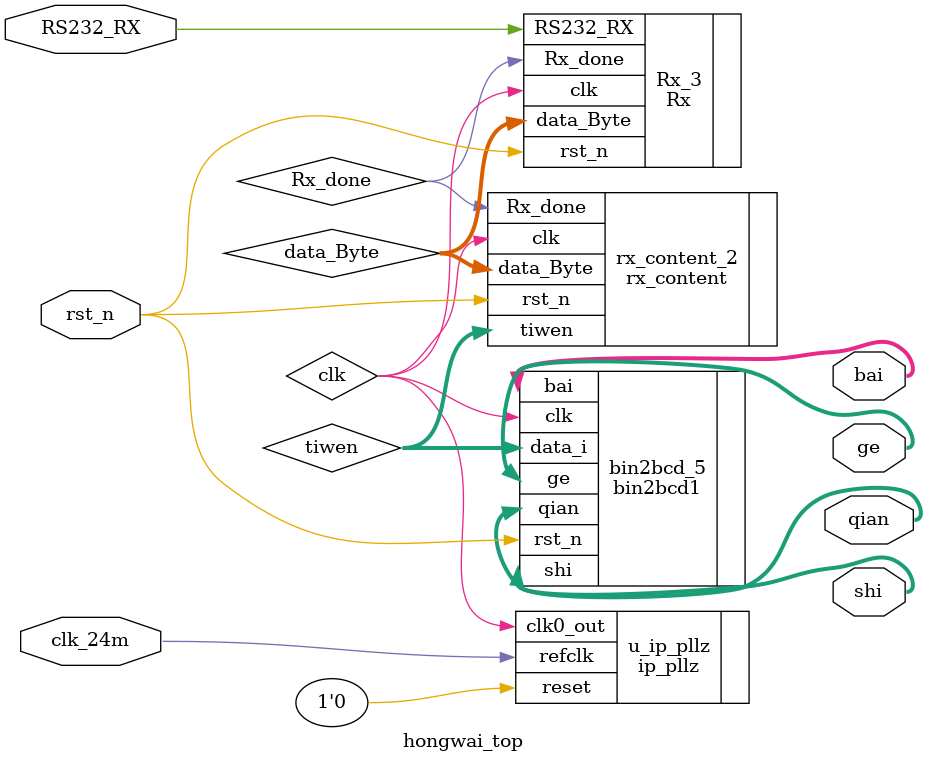
<source format=v>
module hongwai_top(
   input clk_24m,
   input RS232_RX,
   input rst_n,
  
   output [3:0] qian,
   output [3:0] bai ,
   output [3:0] shi ,
   output [3:0] ge  
    );
	 
	 
    wire [7:0] data_Byte;
    wire Rx_done;
    wire [15:0] tiwen;
    wire [19:0] data_o;	   
    

 
  ip_pllz u_ip_pllz(
    .refclk  (clk_24m),
	.reset   (1'b0),
	.clk0_out(clk)
	
); 
 
 
 rx_content  rx_content_2(
   .clk(clk),
   .rst_n(rst_n),
   .data_Byte(data_Byte),
   .Rx_done(Rx_done),
   .tiwen(tiwen)
  
 );
 Rx Rx_3(
   .clk(clk),
   .rst_n(rst_n),
   .RS232_RX(RS232_RX),
   .data_Byte(data_Byte),
   .Rx_done(Rx_done)

 );
 
 

 bin2bcd1 bin2bcd_5(
   .clk(clk),
   .rst_n(rst_n),
   .data_i(tiwen),
   .qian(qian),
   .bai(bai),
   .shi(shi),
   .ge(ge)
 );
 
endmodule






</source>
